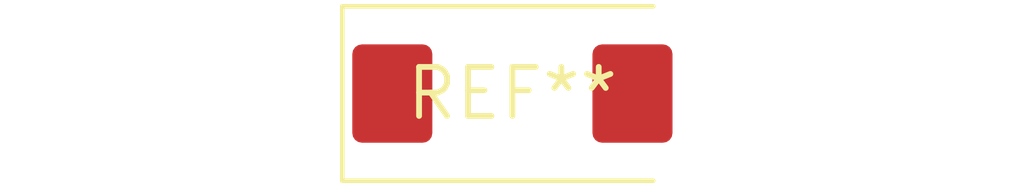
<source format=kicad_pcb>
(kicad_pcb (version 20240108) (generator pcbnew)
  (layers (0 "F.Cu" signal) (31 "B.Cu" signal) (34 "B.Paste" user) (35 "F.Paste" user) (36 "B.SilkS" user "B.Silkscreen") (37 "F.SilkS" user "F.Silkscreen") (38 "B.Mask" user) (39 "F.Mask" user) (44 "Edge.Cuts" user))
  (net 0 "")
  (footprint "CP_EIA-7343-43_Kemet-X" (layer "F.Cu") (at 0 0)
    (property "Reference" "REF**")
    (property "Value" "CP_EIA-7343-43_Kemet-X")
    (fp_line (start -4.41 -2.26) (end -4.41 2.26) (layer "F.SilkS") (stroke (width 0.12)))
    (fp_line (start -4.41 2.26) (end 3.65 2.26) (layer "F.SilkS") (stroke (width 0.12)))
    (fp_line (start 3.65 -2.26) (end -4.41 -2.26) (layer "F.SilkS") (stroke (width 0.12)))
    (pad "1" smd roundrect (at -3.1125 0) (size 2.075 2.55) (layers "F.Cu" "F.Paste" "F.Mask") (roundrect_rratio 0.120482))
    (pad "2" smd roundrect (at 3.1125 0) (size 2.075 2.55) (layers "F.Cu" "F.Paste" "F.Mask") (roundrect_rratio 0.120482))
  )
)
</source>
